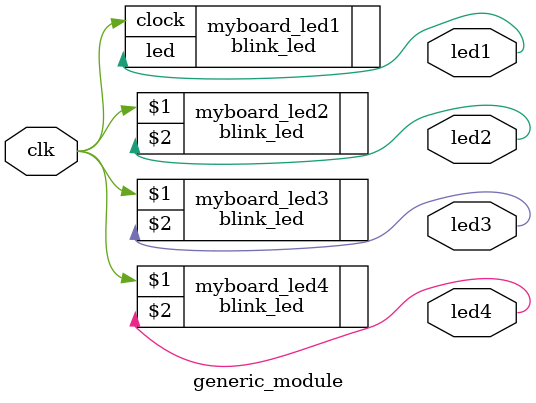
<source format=v>
module generic_module(input clk, 
                      output led1, 
                      output led2,
                      output led3,
                      output led4);

blink_led #(0.2) myboard_led1(.clock(clk), .led(led1));
blink_led #(0.5) myboard_led2(clk, led2);
blink_led #(1) myboard_led3(clk, led3);
blink_led #(2) myboard_led4(clk, led4);

endmodule

</source>
